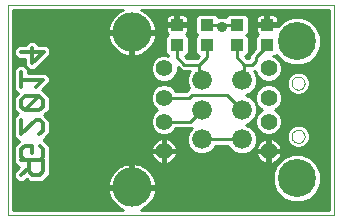
<source format=gbl>
G75*
G70*
%OFA0B0*%
%FSLAX24Y24*%
%IPPOS*%
%LPD*%
%AMOC8*
5,1,8,0,0,1.08239X$1,22.5*
%
%ADD10C,0.0000*%
%ADD11C,0.0560*%
%ADD12C,0.1310*%
%ADD13C,0.1266*%
%ADD14C,0.0660*%
%ADD15R,0.0433X0.0394*%
%ADD16C,0.0120*%
%ADD17C,0.0100*%
%ADD18C,0.0357*%
D10*
X001030Y000655D02*
X001030Y007655D01*
X011905Y007655D01*
X011905Y000655D01*
X001030Y000655D01*
X010477Y003269D02*
X010479Y003298D01*
X010485Y003326D01*
X010494Y003354D01*
X010507Y003380D01*
X010524Y003403D01*
X010543Y003425D01*
X010565Y003444D01*
X010590Y003459D01*
X010616Y003472D01*
X010644Y003480D01*
X010672Y003485D01*
X010701Y003486D01*
X010730Y003483D01*
X010758Y003476D01*
X010785Y003466D01*
X010811Y003452D01*
X010834Y003435D01*
X010855Y003415D01*
X010873Y003392D01*
X010888Y003367D01*
X010899Y003340D01*
X010907Y003312D01*
X010911Y003283D01*
X010911Y003255D01*
X010907Y003226D01*
X010899Y003198D01*
X010888Y003171D01*
X010873Y003146D01*
X010855Y003123D01*
X010834Y003103D01*
X010811Y003086D01*
X010785Y003072D01*
X010758Y003062D01*
X010730Y003055D01*
X010701Y003052D01*
X010672Y003053D01*
X010644Y003058D01*
X010616Y003066D01*
X010590Y003079D01*
X010565Y003094D01*
X010543Y003113D01*
X010524Y003135D01*
X010507Y003158D01*
X010494Y003184D01*
X010485Y003212D01*
X010479Y003240D01*
X010477Y003269D01*
X010477Y005041D02*
X010479Y005070D01*
X010485Y005098D01*
X010494Y005126D01*
X010507Y005152D01*
X010524Y005175D01*
X010543Y005197D01*
X010565Y005216D01*
X010590Y005231D01*
X010616Y005244D01*
X010644Y005252D01*
X010672Y005257D01*
X010701Y005258D01*
X010730Y005255D01*
X010758Y005248D01*
X010785Y005238D01*
X010811Y005224D01*
X010834Y005207D01*
X010855Y005187D01*
X010873Y005164D01*
X010888Y005139D01*
X010899Y005112D01*
X010907Y005084D01*
X010911Y005055D01*
X010911Y005027D01*
X010907Y004998D01*
X010899Y004970D01*
X010888Y004943D01*
X010873Y004918D01*
X010855Y004895D01*
X010834Y004875D01*
X010811Y004858D01*
X010785Y004844D01*
X010758Y004834D01*
X010730Y004827D01*
X010701Y004824D01*
X010672Y004825D01*
X010644Y004830D01*
X010616Y004838D01*
X010590Y004851D01*
X010565Y004866D01*
X010543Y004885D01*
X010524Y004907D01*
X010507Y004930D01*
X010494Y004956D01*
X010485Y004984D01*
X010479Y005012D01*
X010477Y005041D01*
D11*
X009710Y005533D03*
X009710Y004549D03*
X009710Y003761D03*
X009710Y002777D03*
X006225Y002780D03*
X006225Y003760D03*
X006225Y004550D03*
X006225Y005530D03*
D12*
X005155Y006740D03*
X005155Y001570D03*
D13*
X010655Y001872D03*
X010655Y006439D03*
D14*
X008824Y005139D03*
X007486Y005139D03*
X007486Y004155D03*
X008824Y004155D03*
X008824Y003171D03*
X007486Y003171D03*
D15*
X007655Y006320D03*
X006655Y006320D03*
X006655Y006990D03*
X007655Y006990D03*
X008655Y006990D03*
X009655Y006990D03*
X009655Y006320D03*
X008655Y006320D03*
D16*
X002210Y006070D02*
X001465Y006070D01*
X001835Y006203D02*
X001835Y005713D01*
X002210Y006070D01*
X001465Y005403D02*
X001465Y004918D01*
X001943Y004920D02*
X002185Y005163D01*
X002178Y005163D02*
X001473Y005163D01*
X001585Y004610D02*
X002065Y004610D01*
X002185Y004490D01*
X002185Y004250D01*
X002065Y004130D01*
X001585Y004130D01*
X001465Y004250D01*
X001465Y004490D01*
X001585Y004610D01*
X001585Y004130D02*
X002065Y004600D01*
X002065Y003820D02*
X001945Y003820D01*
X001465Y003330D01*
X001465Y003820D01*
X002075Y003820D02*
X002195Y003700D01*
X002195Y003460D01*
X002065Y003330D01*
X002085Y002950D02*
X002205Y002830D01*
X002205Y002590D01*
X002085Y002470D01*
X002205Y002470D01*
X002205Y002100D01*
X002085Y001980D01*
X001835Y001980D01*
X001715Y002100D01*
X001715Y002220D01*
X001465Y001980D01*
X001715Y002220D02*
X001715Y002470D01*
X002085Y002470D01*
X001715Y002470D02*
X001585Y002470D01*
X001465Y002470D01*
X001465Y002590D02*
X001585Y002470D01*
X001465Y002590D02*
X001465Y002840D01*
X001595Y002960D01*
X001835Y002960D01*
X001835Y002710D01*
D17*
X002210Y003150D02*
X002435Y002925D01*
X002435Y002735D01*
X002435Y002565D01*
X002435Y002195D01*
X002435Y002005D01*
X002315Y001885D01*
X002180Y001750D01*
X001930Y001750D01*
X001740Y001750D01*
X001651Y001839D01*
X001556Y001748D01*
X001365Y001752D01*
X001233Y001890D01*
X001237Y002080D01*
X001404Y002240D01*
X001370Y002240D01*
X001235Y002375D01*
X001235Y002565D01*
X001235Y002685D01*
X001235Y002750D01*
X001231Y002754D01*
X001235Y002845D01*
X001235Y002935D01*
X001239Y002939D01*
X001239Y002944D01*
X001306Y003006D01*
X001370Y003070D01*
X001375Y003070D01*
X001407Y003100D01*
X001372Y003099D01*
X001371Y003100D01*
X001370Y003100D01*
X001305Y003165D01*
X001236Y003232D01*
X001236Y003234D01*
X001235Y003235D01*
X001235Y003328D01*
X001234Y003423D01*
X001235Y003424D01*
X001235Y003915D01*
X001355Y004035D01*
X001235Y004155D01*
X001235Y004345D01*
X001235Y004395D01*
X001235Y004585D01*
X001354Y004704D01*
X001235Y004822D01*
X001235Y005498D01*
X001370Y005633D01*
X001560Y005633D01*
X001695Y005498D01*
X001695Y005393D01*
X002273Y005393D01*
X002273Y005393D01*
X002280Y005393D01*
X002415Y005258D01*
X002415Y005067D01*
X002174Y004826D01*
X002280Y004720D01*
X002415Y004585D01*
X002415Y004345D01*
X002415Y004155D01*
X002295Y004035D01*
X002240Y003980D01*
X002425Y003795D01*
X002425Y003605D01*
X002425Y003365D01*
X002290Y003230D01*
X002210Y003150D01*
X002242Y003119D02*
X005960Y003119D01*
X005945Y003108D02*
X005897Y003060D01*
X005857Y003005D01*
X005827Y002945D01*
X005806Y002881D01*
X005796Y002820D01*
X006185Y002820D01*
X006185Y002740D01*
X005796Y002740D01*
X005806Y002679D01*
X005827Y002615D01*
X005857Y002555D01*
X005897Y002500D01*
X005945Y002452D01*
X006000Y002412D01*
X006060Y002382D01*
X006124Y002361D01*
X006185Y002351D01*
X006185Y002740D01*
X006265Y002740D01*
X006265Y002351D01*
X006326Y002361D01*
X006390Y002382D01*
X006450Y002412D01*
X006505Y002452D01*
X006553Y002500D01*
X006593Y002555D01*
X006624Y002615D01*
X006644Y002679D01*
X006654Y002740D01*
X006265Y002740D01*
X006265Y002820D01*
X006185Y002820D01*
X006185Y003209D01*
X006124Y003199D01*
X006060Y003179D01*
X006000Y003148D01*
X005945Y003108D01*
X005868Y003020D02*
X002340Y003020D01*
X002435Y002922D02*
X005819Y002922D01*
X005797Y002823D02*
X002435Y002823D01*
X002435Y002725D02*
X005799Y002725D01*
X005823Y002626D02*
X002435Y002626D01*
X002435Y002527D02*
X005877Y002527D01*
X005977Y002429D02*
X002435Y002429D01*
X002435Y002330D02*
X004887Y002330D01*
X004896Y002334D02*
X004798Y002294D01*
X004707Y002241D01*
X004623Y002177D01*
X004549Y002102D01*
X004484Y002018D01*
X004432Y001927D01*
X004391Y001829D01*
X004364Y001727D01*
X004350Y001623D01*
X004350Y001620D01*
X005105Y001620D01*
X005105Y001520D01*
X004350Y001520D01*
X004350Y001517D01*
X004364Y001413D01*
X004391Y001311D01*
X004432Y001213D01*
X004484Y001122D01*
X004549Y001038D01*
X004623Y000964D01*
X004707Y000899D01*
X004798Y000847D01*
X004850Y000825D01*
X001200Y000825D01*
X001200Y007485D01*
X004850Y007485D01*
X004798Y007464D01*
X004707Y007411D01*
X004623Y007347D01*
X004549Y007272D01*
X004484Y007188D01*
X004432Y007097D01*
X004391Y006999D01*
X004364Y006897D01*
X004350Y006793D01*
X004350Y006790D01*
X005105Y006790D01*
X005105Y006690D01*
X004350Y006690D01*
X004350Y006687D01*
X004364Y006583D01*
X004391Y006481D01*
X004432Y006383D01*
X004484Y006292D01*
X004549Y006208D01*
X004623Y006134D01*
X004707Y006069D01*
X004798Y006017D01*
X004896Y005976D01*
X004998Y005949D01*
X005102Y005935D01*
X005105Y005935D01*
X005105Y006690D01*
X005205Y006690D01*
X005205Y005935D01*
X005208Y005935D01*
X005312Y005949D01*
X005414Y005976D01*
X005512Y006017D01*
X005603Y006069D01*
X005687Y006134D01*
X005762Y006208D01*
X005826Y006292D01*
X005879Y006383D01*
X005919Y006481D01*
X005946Y006583D01*
X005960Y006687D01*
X005960Y006690D01*
X005205Y006690D01*
X005205Y006790D01*
X005960Y006790D01*
X005960Y006793D01*
X005946Y006897D01*
X005919Y006999D01*
X005879Y007097D01*
X005826Y007188D01*
X005762Y007272D01*
X005687Y007347D01*
X005603Y007411D01*
X005512Y007464D01*
X005460Y007485D01*
X011735Y007485D01*
X011735Y000825D01*
X005460Y000825D01*
X005512Y000847D01*
X005603Y000899D01*
X005687Y000964D01*
X005762Y001038D01*
X005826Y001122D01*
X005879Y001213D01*
X005919Y001311D01*
X005946Y001413D01*
X005960Y001517D01*
X005960Y001520D01*
X005205Y001520D01*
X005205Y001620D01*
X005105Y001620D01*
X005105Y002375D01*
X005102Y002375D01*
X004998Y002361D01*
X004896Y002334D01*
X005105Y002330D02*
X005205Y002330D01*
X005205Y002375D02*
X005205Y001620D01*
X005960Y001620D01*
X005960Y001623D01*
X005946Y001727D01*
X005919Y001829D01*
X005879Y001927D01*
X005826Y002018D01*
X005762Y002102D01*
X005687Y002177D01*
X005603Y002241D01*
X005512Y002294D01*
X005414Y002334D01*
X005312Y002361D01*
X005208Y002375D01*
X005205Y002375D01*
X005423Y002330D02*
X009978Y002330D01*
X009974Y002327D02*
X009852Y002031D01*
X009852Y001712D01*
X009974Y001417D01*
X010200Y001191D01*
X010495Y001069D01*
X010815Y001069D01*
X011110Y001191D01*
X011336Y001417D01*
X011458Y001712D01*
X011458Y002031D01*
X011336Y002327D01*
X011110Y002552D01*
X010815Y002675D01*
X010495Y002675D01*
X010200Y002552D01*
X009974Y002327D01*
X009936Y002409D02*
X009990Y002449D01*
X010038Y002497D01*
X010078Y002552D01*
X010109Y002612D01*
X010130Y002676D01*
X010139Y002737D01*
X009750Y002737D01*
X009750Y002348D01*
X009811Y002358D01*
X009875Y002379D01*
X009936Y002409D01*
X009962Y002429D02*
X010077Y002429D01*
X010060Y002527D02*
X010175Y002527D01*
X010113Y002626D02*
X010378Y002626D01*
X010137Y002725D02*
X011735Y002725D01*
X011735Y002823D02*
X010138Y002823D01*
X010139Y002817D02*
X010130Y002878D01*
X010109Y002942D01*
X010078Y003003D01*
X010038Y003057D01*
X009990Y003105D01*
X009936Y003145D01*
X009875Y003176D01*
X009811Y003197D01*
X009750Y003206D01*
X009750Y002817D01*
X009670Y002817D01*
X009670Y002737D01*
X009281Y002737D01*
X009291Y002676D01*
X009312Y002612D01*
X009342Y002552D01*
X009382Y002497D01*
X009430Y002449D01*
X009485Y002409D01*
X009545Y002379D01*
X009610Y002358D01*
X009670Y002348D01*
X009670Y002737D01*
X009750Y002737D01*
X009750Y002817D01*
X010139Y002817D01*
X010115Y002922D02*
X010524Y002922D01*
X010476Y002942D02*
X010367Y003050D01*
X010308Y003192D01*
X010308Y003346D01*
X010367Y003488D01*
X010476Y003597D01*
X010618Y003656D01*
X010771Y003656D01*
X010913Y003597D01*
X011022Y003488D01*
X011081Y003346D01*
X011081Y003192D01*
X011022Y003050D01*
X010913Y002942D01*
X010771Y002883D01*
X010618Y002883D01*
X010476Y002942D01*
X010397Y003020D02*
X010065Y003020D01*
X009972Y003119D02*
X010338Y003119D01*
X010308Y003217D02*
X009324Y003217D01*
X009324Y003270D02*
X009248Y003454D01*
X009108Y003595D01*
X008943Y003663D01*
X009108Y003731D01*
X009248Y003872D01*
X009324Y004056D01*
X009324Y004255D01*
X009248Y004438D01*
X009108Y004579D01*
X008943Y004647D01*
X009108Y004715D01*
X009248Y004856D01*
X009324Y005040D01*
X009324Y005239D01*
X009248Y005423D01*
X009236Y005435D01*
X009246Y005435D01*
X009260Y005449D01*
X009260Y005444D01*
X009329Y005278D01*
X009455Y005152D01*
X009621Y005083D01*
X009800Y005083D01*
X009965Y005152D01*
X010092Y005278D01*
X010160Y005444D01*
X010160Y005623D01*
X010092Y005788D01*
X009965Y005915D01*
X009871Y005954D01*
X009942Y005954D01*
X009974Y005985D01*
X009974Y005984D01*
X010200Y005758D01*
X010495Y005636D01*
X010815Y005636D01*
X011110Y005758D01*
X011336Y005984D01*
X011458Y006279D01*
X011458Y006598D01*
X011336Y006893D01*
X011110Y007119D01*
X010815Y007242D01*
X010495Y007242D01*
X010200Y007119D01*
X010022Y006941D01*
X010022Y006941D01*
X009704Y006941D01*
X009704Y007038D01*
X010022Y007038D01*
X010022Y007206D01*
X010011Y007244D01*
X009992Y007279D01*
X009964Y007307D01*
X009930Y007326D01*
X009891Y007337D01*
X009704Y007337D01*
X009704Y007038D01*
X009607Y007038D01*
X009607Y007337D01*
X009419Y007337D01*
X009381Y007326D01*
X009346Y007307D01*
X009319Y007279D01*
X009299Y007244D01*
X009289Y007206D01*
X009289Y007038D01*
X009606Y007038D01*
X009606Y006941D01*
X009289Y006941D01*
X009289Y006773D01*
X009299Y006735D01*
X009319Y006701D01*
X009346Y006673D01*
X009351Y006670D01*
X009269Y006588D01*
X009269Y006205D01*
X009189Y006125D01*
X009060Y005996D01*
X009060Y005875D01*
X008996Y005875D01*
X008918Y005954D01*
X008942Y005954D01*
X009042Y006053D01*
X009042Y006588D01*
X008974Y006655D01*
X009042Y006722D01*
X009042Y007257D01*
X008942Y007357D01*
X008368Y007357D01*
X008269Y007257D01*
X008269Y007235D01*
X008224Y007254D01*
X008086Y007254D01*
X008042Y007235D01*
X008042Y007257D01*
X007942Y007357D01*
X007368Y007357D01*
X007269Y007257D01*
X007269Y006722D01*
X007336Y006655D01*
X007269Y006588D01*
X007269Y006053D01*
X007368Y005954D01*
X007393Y005954D01*
X007314Y005875D01*
X006996Y005875D01*
X006918Y005954D01*
X006942Y005954D01*
X007042Y006053D01*
X007042Y006588D01*
X006959Y006670D01*
X006964Y006673D01*
X006992Y006701D01*
X007011Y006735D01*
X007022Y006773D01*
X007022Y006941D01*
X006704Y006941D01*
X006704Y007038D01*
X007022Y007038D01*
X007022Y007206D01*
X007011Y007244D01*
X006992Y007279D01*
X006964Y007307D01*
X006930Y007326D01*
X006891Y007337D01*
X006704Y007337D01*
X006704Y007038D01*
X006607Y007038D01*
X006607Y007337D01*
X006419Y007337D01*
X006381Y007326D01*
X006346Y007307D01*
X006319Y007279D01*
X006299Y007244D01*
X006289Y007206D01*
X006289Y007038D01*
X006606Y007038D01*
X006606Y006941D01*
X006289Y006941D01*
X006289Y006773D01*
X006299Y006735D01*
X006319Y006701D01*
X006346Y006673D01*
X006351Y006670D01*
X006269Y006588D01*
X006269Y006053D01*
X006361Y005961D01*
X006315Y005980D01*
X006136Y005980D01*
X005970Y005912D01*
X005844Y005785D01*
X005775Y005620D01*
X005775Y005441D01*
X005844Y005275D01*
X005970Y005149D01*
X006136Y005080D01*
X006315Y005080D01*
X006480Y005149D01*
X006607Y005275D01*
X006675Y005441D01*
X006675Y005574D01*
X006685Y005564D01*
X006814Y005435D01*
X007075Y005435D01*
X007062Y005423D01*
X006986Y005239D01*
X006986Y005040D01*
X007057Y004868D01*
X006959Y004770D01*
X006621Y004770D01*
X006607Y004805D01*
X006480Y004932D01*
X006315Y005000D01*
X006136Y005000D01*
X005970Y004932D01*
X005844Y004805D01*
X005775Y004640D01*
X005775Y004461D01*
X005844Y004295D01*
X005970Y004169D01*
X006003Y004155D01*
X005970Y004142D01*
X005844Y004015D01*
X005775Y003850D01*
X005775Y003671D01*
X005844Y003505D01*
X005970Y003379D01*
X006136Y003310D01*
X006315Y003310D01*
X006480Y003379D01*
X006607Y003505D01*
X006621Y003540D01*
X007000Y003540D01*
X007148Y003540D01*
X007062Y003454D01*
X006986Y003270D01*
X006986Y003071D01*
X007062Y002888D01*
X007203Y002747D01*
X007386Y002671D01*
X007585Y002671D01*
X007769Y002747D01*
X007910Y002888D01*
X007936Y002951D01*
X008374Y002951D01*
X008401Y002888D01*
X008541Y002747D01*
X008725Y002671D01*
X008924Y002671D01*
X009108Y002747D01*
X009248Y002888D01*
X009324Y003071D01*
X009324Y003270D01*
X009306Y003316D02*
X009610Y003316D01*
X009621Y003311D02*
X009800Y003311D01*
X009965Y003380D01*
X010092Y003506D01*
X010160Y003672D01*
X010160Y003851D01*
X010092Y004016D01*
X009965Y004143D01*
X009936Y004155D01*
X009965Y004167D01*
X010092Y004294D01*
X010160Y004459D01*
X010160Y004638D01*
X010092Y004804D01*
X009965Y004930D01*
X009800Y004999D01*
X009621Y004999D01*
X009455Y004930D01*
X009329Y004804D01*
X009260Y004638D01*
X009260Y004459D01*
X009329Y004294D01*
X009455Y004167D01*
X009485Y004155D01*
X009455Y004143D01*
X009329Y004016D01*
X009260Y003851D01*
X009260Y003672D01*
X009329Y003506D01*
X009455Y003380D01*
X009621Y003311D01*
X009610Y003197D02*
X009545Y003176D01*
X009485Y003145D01*
X009430Y003105D01*
X009382Y003057D01*
X009342Y003003D01*
X009312Y002942D01*
X009291Y002878D01*
X009281Y002817D01*
X009670Y002817D01*
X009670Y003206D01*
X009610Y003197D01*
X009670Y003119D02*
X009750Y003119D01*
X009750Y003020D02*
X009670Y003020D01*
X009670Y002922D02*
X009750Y002922D01*
X009750Y002823D02*
X009670Y002823D01*
X009670Y002725D02*
X009750Y002725D01*
X009750Y002626D02*
X009670Y002626D01*
X009670Y002527D02*
X009750Y002527D01*
X009750Y002429D02*
X009670Y002429D01*
X009458Y002429D02*
X006473Y002429D01*
X006573Y002527D02*
X009360Y002527D01*
X009307Y002626D02*
X006627Y002626D01*
X006652Y002725D02*
X007257Y002725D01*
X007126Y002823D02*
X006654Y002823D01*
X006654Y002820D02*
X006644Y002881D01*
X006624Y002945D01*
X006593Y003005D01*
X006553Y003060D01*
X006505Y003108D01*
X006450Y003148D01*
X006390Y003179D01*
X006326Y003199D01*
X006265Y003209D01*
X006265Y002820D01*
X006654Y002820D01*
X006631Y002922D02*
X007048Y002922D01*
X007007Y003020D02*
X006582Y003020D01*
X006491Y003119D02*
X006986Y003119D01*
X006986Y003217D02*
X002277Y003217D01*
X002376Y003316D02*
X006122Y003316D01*
X006328Y003316D02*
X007005Y003316D01*
X007046Y003414D02*
X006516Y003414D01*
X006610Y003513D02*
X007121Y003513D01*
X007091Y003760D02*
X007486Y004155D01*
X007091Y003760D02*
X006225Y003760D01*
X005800Y003611D02*
X002425Y003611D01*
X002425Y003513D02*
X005840Y003513D01*
X005934Y003414D02*
X002425Y003414D01*
X002425Y003710D02*
X005775Y003710D01*
X005775Y003809D02*
X002412Y003809D01*
X002313Y003907D02*
X005799Y003907D01*
X005840Y004006D02*
X002266Y004006D01*
X002364Y004104D02*
X005933Y004104D01*
X005936Y004203D02*
X002415Y004203D01*
X002415Y004301D02*
X005841Y004301D01*
X005800Y004400D02*
X002415Y004400D01*
X002415Y004498D02*
X005775Y004498D01*
X005775Y004597D02*
X002404Y004597D01*
X002305Y004695D02*
X005798Y004695D01*
X005839Y004794D02*
X002206Y004794D01*
X002240Y004892D02*
X005931Y004892D01*
X006114Y004991D02*
X002339Y004991D01*
X002415Y005090D02*
X006113Y005090D01*
X005931Y005188D02*
X002415Y005188D01*
X002386Y005287D02*
X005839Y005287D01*
X005798Y005385D02*
X002288Y005385D01*
X001996Y005548D02*
X002302Y005840D01*
X002305Y005840D01*
X002370Y005905D01*
X002438Y005969D01*
X002438Y005973D01*
X002440Y005975D01*
X002440Y006067D01*
X002442Y006160D01*
X002440Y006162D01*
X002440Y006165D01*
X002375Y006230D01*
X002311Y006298D01*
X002308Y006298D01*
X002305Y006300D01*
X002213Y006300D01*
X002120Y006302D01*
X002118Y006300D01*
X002063Y006300D01*
X001930Y006433D01*
X001740Y006433D01*
X001607Y006300D01*
X001370Y006300D01*
X001235Y006165D01*
X001235Y005975D01*
X001370Y005840D01*
X001605Y005840D01*
X001605Y005716D01*
X001603Y005623D01*
X001605Y005621D01*
X001605Y005617D01*
X001670Y005552D01*
X001734Y005485D01*
X001738Y005485D01*
X001740Y005483D01*
X001832Y005483D01*
X001925Y005480D01*
X001927Y005483D01*
X001930Y005483D01*
X001996Y005548D01*
X002032Y005582D02*
X005775Y005582D01*
X005801Y005681D02*
X002135Y005681D01*
X002238Y005779D02*
X005841Y005779D01*
X005937Y005878D02*
X002343Y005878D01*
X002440Y005976D02*
X004895Y005976D01*
X005105Y005976D02*
X005205Y005976D01*
X005415Y005976D02*
X006127Y005976D01*
X006323Y005976D02*
X006345Y005976D01*
X006269Y006075D02*
X005611Y006075D01*
X005727Y006174D02*
X006269Y006174D01*
X006269Y006272D02*
X005811Y006272D01*
X005871Y006371D02*
X006269Y006371D01*
X006269Y006469D02*
X005914Y006469D01*
X005942Y006568D02*
X006269Y006568D01*
X006347Y006666D02*
X005957Y006666D01*
X005951Y006863D02*
X006289Y006863D01*
X006291Y006765D02*
X005205Y006765D01*
X005205Y006666D02*
X005105Y006666D01*
X005105Y006765D02*
X001200Y006765D01*
X001200Y006863D02*
X004359Y006863D01*
X004381Y006962D02*
X001200Y006962D01*
X001200Y007060D02*
X004416Y007060D01*
X004467Y007159D02*
X001200Y007159D01*
X001200Y007258D02*
X004537Y007258D01*
X004636Y007356D02*
X001200Y007356D01*
X001200Y007455D02*
X004783Y007455D01*
X005528Y007455D02*
X011735Y007455D01*
X011735Y007356D02*
X008943Y007356D01*
X009041Y007258D02*
X009306Y007258D01*
X009289Y007159D02*
X009042Y007159D01*
X009042Y007060D02*
X009289Y007060D01*
X009042Y006962D02*
X009606Y006962D01*
X009704Y006962D02*
X010043Y006962D01*
X010022Y007060D02*
X010141Y007060D01*
X010022Y007159D02*
X010296Y007159D01*
X010004Y007258D02*
X011735Y007258D01*
X011735Y007159D02*
X011014Y007159D01*
X011169Y007060D02*
X011735Y007060D01*
X011735Y006962D02*
X011267Y006962D01*
X011348Y006863D02*
X011735Y006863D01*
X011735Y006765D02*
X011389Y006765D01*
X011430Y006666D02*
X011735Y006666D01*
X011735Y006568D02*
X011458Y006568D01*
X011458Y006469D02*
X011735Y006469D01*
X011735Y006371D02*
X011458Y006371D01*
X011455Y006272D02*
X011735Y006272D01*
X011735Y006174D02*
X011415Y006174D01*
X011374Y006075D02*
X011735Y006075D01*
X011735Y005976D02*
X011329Y005976D01*
X011230Y005878D02*
X011735Y005878D01*
X011735Y005779D02*
X011132Y005779D01*
X010924Y005681D02*
X011735Y005681D01*
X011735Y005582D02*
X010160Y005582D01*
X010136Y005681D02*
X010386Y005681D01*
X010179Y005779D02*
X010095Y005779D01*
X010080Y005878D02*
X010002Y005878D01*
X009981Y005976D02*
X009965Y005976D01*
X009655Y006280D02*
X009280Y005905D01*
X009280Y005780D01*
X009155Y005655D01*
X008905Y005655D01*
X008905Y005220D01*
X008824Y005139D01*
X009304Y004991D02*
X009602Y004991D01*
X009605Y005090D02*
X009324Y005090D01*
X009324Y005188D02*
X009419Y005188D01*
X009325Y005287D02*
X009305Y005287D01*
X009284Y005385D02*
X009264Y005385D01*
X008905Y005655D02*
X008655Y005905D01*
X008655Y006320D01*
X009042Y006272D02*
X009269Y006272D01*
X009269Y006371D02*
X009042Y006371D01*
X009042Y006469D02*
X009269Y006469D01*
X009269Y006568D02*
X009042Y006568D01*
X008985Y006666D02*
X009347Y006666D01*
X009291Y006765D02*
X009042Y006765D01*
X009042Y006863D02*
X009289Y006863D01*
X009607Y007060D02*
X009704Y007060D01*
X009704Y007159D02*
X009607Y007159D01*
X009607Y007258D02*
X009704Y007258D01*
X008655Y006990D02*
X008240Y006990D01*
X008155Y006905D01*
X008070Y006990D01*
X007655Y006990D01*
X007269Y006962D02*
X006704Y006962D01*
X006606Y006962D02*
X005929Y006962D01*
X005894Y007060D02*
X006289Y007060D01*
X006289Y007159D02*
X005843Y007159D01*
X005773Y007258D02*
X006306Y007258D01*
X006607Y007258D02*
X006704Y007258D01*
X006704Y007159D02*
X006607Y007159D01*
X006607Y007060D02*
X006704Y007060D01*
X007022Y007060D02*
X007269Y007060D01*
X007269Y007159D02*
X007022Y007159D01*
X007004Y007258D02*
X007269Y007258D01*
X007368Y007356D02*
X005675Y007356D01*
X007022Y006863D02*
X007269Y006863D01*
X007269Y006765D02*
X007019Y006765D01*
X006963Y006666D02*
X007325Y006666D01*
X007269Y006568D02*
X007042Y006568D01*
X007042Y006469D02*
X007269Y006469D01*
X007269Y006371D02*
X007042Y006371D01*
X007042Y006272D02*
X007269Y006272D01*
X007269Y006174D02*
X007042Y006174D01*
X007042Y006075D02*
X007269Y006075D01*
X007345Y005976D02*
X006965Y005976D01*
X006993Y005878D02*
X007317Y005878D01*
X007405Y005655D02*
X007655Y005905D01*
X007655Y006320D01*
X006655Y006320D02*
X006655Y005905D01*
X006905Y005655D01*
X007405Y005655D01*
X007405Y005220D01*
X007486Y005139D01*
X007006Y004991D02*
X006336Y004991D01*
X006337Y005090D02*
X006986Y005090D01*
X006986Y005188D02*
X006519Y005188D01*
X006611Y005287D02*
X007006Y005287D01*
X007046Y005385D02*
X006652Y005385D01*
X006675Y005484D02*
X006765Y005484D01*
X006685Y005564D02*
X006685Y005564D01*
X005775Y005484D02*
X001931Y005484D01*
X001739Y005484D02*
X001695Y005484D01*
X001640Y005582D02*
X001611Y005582D01*
X001604Y005681D02*
X001200Y005681D01*
X001200Y005779D02*
X001605Y005779D01*
X001332Y005878D02*
X001200Y005878D01*
X001200Y005976D02*
X001235Y005976D01*
X001235Y006075D02*
X001200Y006075D01*
X001200Y006174D02*
X001243Y006174D01*
X001200Y006272D02*
X001342Y006272D01*
X001200Y006371D02*
X001678Y006371D01*
X001992Y006371D02*
X004439Y006371D01*
X004396Y006469D02*
X001200Y006469D01*
X001200Y006568D02*
X004368Y006568D01*
X004353Y006666D02*
X001200Y006666D01*
X002335Y006272D02*
X004500Y006272D01*
X004583Y006174D02*
X002432Y006174D01*
X002440Y006075D02*
X004699Y006075D01*
X005105Y006075D02*
X005205Y006075D01*
X005205Y006174D02*
X005105Y006174D01*
X005105Y006272D02*
X005205Y006272D01*
X005205Y006371D02*
X005105Y006371D01*
X005105Y006469D02*
X005205Y006469D01*
X005205Y006568D02*
X005105Y006568D01*
X007943Y007356D02*
X008368Y007356D01*
X008269Y007258D02*
X008041Y007258D01*
X009655Y006320D02*
X009655Y006280D01*
X009237Y006174D02*
X009042Y006174D01*
X009042Y006075D02*
X009139Y006075D01*
X009060Y005976D02*
X008965Y005976D01*
X008993Y005878D02*
X009060Y005878D01*
X010136Y005385D02*
X010516Y005385D01*
X010476Y005369D02*
X010367Y005260D01*
X010308Y005118D01*
X010308Y004964D01*
X010367Y004822D01*
X010476Y004713D01*
X010618Y004654D01*
X010771Y004654D01*
X010913Y004713D01*
X011022Y004822D01*
X011081Y004964D01*
X011081Y005118D01*
X011022Y005260D01*
X010913Y005369D01*
X010771Y005427D01*
X010618Y005427D01*
X010476Y005369D01*
X010394Y005287D02*
X010095Y005287D01*
X010002Y005188D02*
X010337Y005188D01*
X010308Y005090D02*
X009815Y005090D01*
X009818Y004991D02*
X010308Y004991D01*
X010338Y004892D02*
X010003Y004892D01*
X010096Y004794D02*
X010395Y004794D01*
X010519Y004695D02*
X010137Y004695D01*
X010160Y004597D02*
X011735Y004597D01*
X011735Y004695D02*
X010870Y004695D01*
X010994Y004794D02*
X011735Y004794D01*
X011735Y004892D02*
X011051Y004892D01*
X011081Y004991D02*
X011735Y004991D01*
X011735Y005090D02*
X011081Y005090D01*
X011052Y005188D02*
X011735Y005188D01*
X011735Y005287D02*
X010995Y005287D01*
X010873Y005385D02*
X011735Y005385D01*
X011735Y005484D02*
X010160Y005484D01*
X009418Y004892D02*
X009263Y004892D01*
X009325Y004794D02*
X009186Y004794D01*
X009284Y004695D02*
X009059Y004695D01*
X009064Y004597D02*
X009260Y004597D01*
X009260Y004498D02*
X009188Y004498D01*
X009264Y004400D02*
X009285Y004400D01*
X009305Y004301D02*
X009326Y004301D01*
X009324Y004203D02*
X009420Y004203D01*
X009417Y004104D02*
X009324Y004104D01*
X009324Y004006D02*
X009304Y004006D01*
X009284Y003907D02*
X009263Y003907D01*
X009260Y003809D02*
X009185Y003809D01*
X009260Y003710D02*
X009056Y003710D01*
X009067Y003611D02*
X009285Y003611D01*
X009326Y003513D02*
X009189Y003513D01*
X009265Y003414D02*
X009421Y003414D01*
X009810Y003316D02*
X010308Y003316D01*
X010336Y003414D02*
X010000Y003414D01*
X010094Y003513D02*
X010391Y003513D01*
X010511Y003611D02*
X010135Y003611D01*
X010160Y003710D02*
X011735Y003710D01*
X011735Y003809D02*
X010160Y003809D01*
X010137Y003907D02*
X011735Y003907D01*
X011735Y004006D02*
X010096Y004006D01*
X010004Y004104D02*
X011735Y004104D01*
X011735Y004203D02*
X010000Y004203D01*
X010095Y004301D02*
X011735Y004301D01*
X011735Y004400D02*
X010136Y004400D01*
X010160Y004498D02*
X011735Y004498D01*
X011735Y003611D02*
X010878Y003611D01*
X010997Y003513D02*
X011735Y003513D01*
X011735Y003414D02*
X011053Y003414D01*
X011081Y003316D02*
X011735Y003316D01*
X011735Y003217D02*
X011081Y003217D01*
X011050Y003119D02*
X011735Y003119D01*
X011735Y003020D02*
X010992Y003020D01*
X010865Y002922D02*
X011735Y002922D01*
X011735Y002626D02*
X010932Y002626D01*
X011135Y002527D02*
X011735Y002527D01*
X011735Y002429D02*
X011234Y002429D01*
X011332Y002330D02*
X011735Y002330D01*
X011735Y002232D02*
X011375Y002232D01*
X011416Y002133D02*
X011735Y002133D01*
X011735Y002035D02*
X011457Y002035D01*
X011458Y001936D02*
X011735Y001936D01*
X011735Y001838D02*
X011458Y001838D01*
X011458Y001739D02*
X011735Y001739D01*
X011735Y001641D02*
X011429Y001641D01*
X011388Y001542D02*
X011735Y001542D01*
X011735Y001443D02*
X011347Y001443D01*
X011264Y001345D02*
X011735Y001345D01*
X011735Y001246D02*
X011166Y001246D01*
X011006Y001148D02*
X011735Y001148D01*
X011735Y001049D02*
X005770Y001049D01*
X005841Y001148D02*
X010304Y001148D01*
X010145Y001246D02*
X005892Y001246D01*
X005928Y001345D02*
X010046Y001345D01*
X009963Y001443D02*
X005950Y001443D01*
X005958Y001641D02*
X009882Y001641D01*
X009852Y001739D02*
X005943Y001739D01*
X005916Y001838D02*
X009852Y001838D01*
X009852Y001936D02*
X005873Y001936D01*
X005813Y002035D02*
X009853Y002035D01*
X009894Y002133D02*
X005730Y002133D01*
X005615Y002232D02*
X009935Y002232D01*
X009283Y002725D02*
X009053Y002725D01*
X009184Y002823D02*
X009282Y002823D01*
X009262Y002922D02*
X009305Y002922D01*
X009303Y003020D02*
X009355Y003020D01*
X009324Y003119D02*
X009449Y003119D01*
X008824Y003171D02*
X007486Y003171D01*
X007924Y002922D02*
X008386Y002922D01*
X008465Y002823D02*
X007845Y002823D01*
X007715Y002725D02*
X008595Y002725D01*
X006265Y002725D02*
X006185Y002725D01*
X006185Y002823D02*
X006265Y002823D01*
X006265Y002922D02*
X006185Y002922D01*
X006185Y003020D02*
X006265Y003020D01*
X006265Y003119D02*
X006185Y003119D01*
X006185Y002626D02*
X006265Y002626D01*
X006265Y002527D02*
X006185Y002527D01*
X006185Y002429D02*
X006265Y002429D01*
X005205Y002232D02*
X005105Y002232D01*
X005105Y002133D02*
X005205Y002133D01*
X005205Y002035D02*
X005105Y002035D01*
X005105Y001936D02*
X005205Y001936D01*
X005205Y001838D02*
X005105Y001838D01*
X005105Y001739D02*
X005205Y001739D01*
X005205Y001641D02*
X005105Y001641D01*
X005105Y001542D02*
X001200Y001542D01*
X001200Y001443D02*
X004360Y001443D01*
X004382Y001345D02*
X001200Y001345D01*
X001200Y001246D02*
X004418Y001246D01*
X004469Y001148D02*
X001200Y001148D01*
X001200Y001049D02*
X004540Y001049D01*
X004640Y000951D02*
X001200Y000951D01*
X001200Y000852D02*
X004789Y000852D01*
X005522Y000852D02*
X011735Y000852D01*
X011735Y000951D02*
X005670Y000951D01*
X005205Y001542D02*
X009922Y001542D01*
X004695Y002232D02*
X002435Y002232D01*
X002435Y002133D02*
X004580Y002133D01*
X004497Y002035D02*
X002435Y002035D01*
X002366Y001936D02*
X004437Y001936D01*
X004395Y001838D02*
X002268Y001838D01*
X001652Y001838D02*
X001649Y001838D01*
X001283Y001838D02*
X001200Y001838D01*
X001200Y001936D02*
X001234Y001936D01*
X001236Y002035D02*
X001200Y002035D01*
X001200Y002133D02*
X001293Y002133D01*
X001200Y002232D02*
X001395Y002232D01*
X001280Y002330D02*
X001200Y002330D01*
X001200Y002429D02*
X001235Y002429D01*
X001235Y002527D02*
X001200Y002527D01*
X001200Y002626D02*
X001235Y002626D01*
X001235Y002725D02*
X001200Y002725D01*
X001200Y002823D02*
X001234Y002823D01*
X001235Y002922D02*
X001200Y002922D01*
X001200Y003020D02*
X001320Y003020D01*
X001351Y003119D02*
X001200Y003119D01*
X001200Y003217D02*
X001252Y003217D01*
X001235Y003316D02*
X001200Y003316D01*
X001200Y003414D02*
X001234Y003414D01*
X001235Y003513D02*
X001200Y003513D01*
X001200Y003611D02*
X001235Y003611D01*
X001235Y003710D02*
X001200Y003710D01*
X001200Y003809D02*
X001235Y003809D01*
X001235Y003907D02*
X001200Y003907D01*
X001200Y004006D02*
X001325Y004006D01*
X001286Y004104D02*
X001200Y004104D01*
X001200Y004203D02*
X001235Y004203D01*
X001235Y004301D02*
X001200Y004301D01*
X001200Y004400D02*
X001235Y004400D01*
X001235Y004498D02*
X001200Y004498D01*
X001200Y004597D02*
X001247Y004597D01*
X001200Y004695D02*
X001345Y004695D01*
X001264Y004794D02*
X001200Y004794D01*
X001200Y004892D02*
X001235Y004892D01*
X001235Y004991D02*
X001200Y004991D01*
X001200Y005090D02*
X001235Y005090D01*
X001235Y005188D02*
X001200Y005188D01*
X001200Y005287D02*
X001235Y005287D01*
X001235Y005385D02*
X001200Y005385D01*
X001200Y005484D02*
X001235Y005484D01*
X001200Y005582D02*
X001320Y005582D01*
X006225Y004550D02*
X007050Y004550D01*
X007155Y004655D01*
X008324Y004655D01*
X008824Y004155D01*
X007047Y004892D02*
X006519Y004892D01*
X006611Y004794D02*
X006983Y004794D01*
X004367Y001739D02*
X001200Y001739D01*
X001200Y001641D02*
X004352Y001641D01*
D18*
X008155Y006905D03*
M02*

</source>
